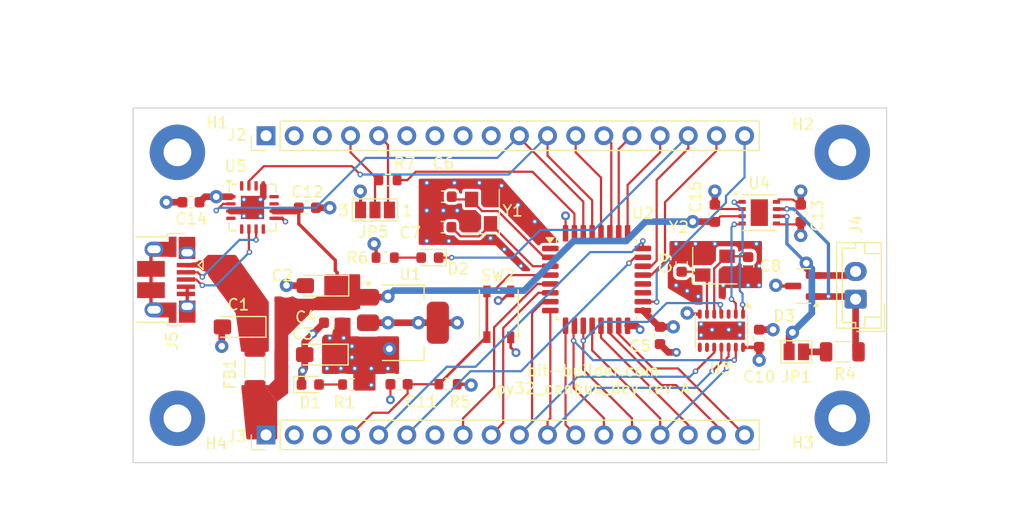
<source format=kicad_pcb>
(kicad_pcb (version 20240108) (generator "pcbnew") (generator_version "8.0")
  (title_block (title "py32_dev") (rev "B") (company "bit-builder.com"))
  (layers (0 "F.Cu" signal) (1 "In1.Cu" power) (2 "In2.Cu" power) (31 "B.Cu" signal) (34 "B.Paste" user) (35 "F.Paste" user) (36 "B.SilkS" user "B.Silkscreen") (37 "F.SilkS" user "F.Silkscreen") (38 "B.Mask" user) (39 "F.Mask" user) (44 "Edge.Cuts" user))
  (net 0 "")
  (net 1 "+3.3V")
  (net 2 "GND")
  (net 3 "OSCIN")
  (net 4 "OSCOUT")
  (net 5 "OSC32IN")
  (net 6 "OSC32OUT")
  (net 7 "MCU_RST")
  (net 8 "BOOT0_PRE")
  (net 9 "Net-(D1-A)")
  (net 10 "Net-(D2-A)")
  (net 11 "BOOT0")
  (net 12 "SWDIO")
  (net 13 "SWCLK")
  (net 14 "/VBUS")
  (net 15 "PB5")
  (net 16 "PB4")
  (net 17 "PB3")
  (net 18 "PA15")
  (net 19 "PA8")
  (net 20 "PF3")
  (net 21 "PA0")
  (net 22 "PA3")
  (net 23 "+5V")
  (net 24 "Net-(D3-A2)")
  (net 25 "Net-(D3-A1)")
  (net 26 "PA7")
  (net 27 "PB0")
  (net 28 "PB1")
  (net 29 "PA12")
  (net 30 "PA11")
  (net 31 "SPI1-SCK")
  (net 32 "SPI1-MISO")
  (net 33 "SPI1-MOSI")
  (net 34 "SPI1-NSS")
  (net 35 "CAN_INT")
  (net 38 "CAN_RX")
  (net 39 "CAN_TX")
  (net 41 "Net-(JP1-B)")
  (net 42 "USB-")
  (net 43 "USB+")
  (net 44 "USB_RX")
  (net 45 "USB_TX")
  (net 53 "OSC2")
  (net 54 "OSC1")
  (footprint "MountingHole:MountingHole_2.5mm_Pad" (layer "F.Cu") (at 186 97)
    (property "Reference" "H2")
    (property "Value" "MountingHole")
  )
  (footprint "Resistor_SMD:R_0603_1608Metric" (layer "F.Cu") (at 145 99.5)
    (property "Reference" "R7")
    (property "Value" "10K")
  )
  (footprint "Button_Switch_SMD:SW_Push_1P1T_NO_Vertical_Wuerth_434133025816" (layer "F.Cu") (at 155 111.625 -90)
    (property "Reference" "SW2")
    (property "Value" "Reset")
  )
  (footprint "Package_TO_SOT_SMD:SOT-23" (layer "F.Cu") (at 182.5 109.0625 180)
    (property "Reference" "D3")
    (property "Value" "CDSOT23-T24CAN")
  )
  (footprint "Capacitor_SMD:C_0603_1608Metric" (layer "F.Cu") (at 171.5 107 90)
    (property "Reference" "C9")
    (property "Value" "22pf")
  )
  (footprint "Connector_JST:JST_EH_B2B-EH-A_1x02_P2.50mm_Vertical" (layer "F.Cu") (at 187.2 110.25 90)
    (property "Reference" "J4")
    (property "Value" "CAN1")
  )
  (footprint "Capacitor_SMD:C_0603_1608Metric" (layer "F.Cu") (at 140 112.375 180)
    (property "Reference" "C4")
    (property "Value" "0.1uf")
  )
  (footprint "Capacitor_Tantalum_SMD:CP_EIA-3216-18_Kemet-A_Pad1.58x1.35mm_HandSolder" (layer "F.Cu") (at 138.975 109.025 180)
    (property "Reference" "C2")
    (property "Value" "0.33uf")
  )
  (footprint "Connector_PinHeader_2.54mm:PinHeader_1x18_P2.54mm_Vertical" (layer "F.Cu") (at 134 95.5 90)
    (property "Reference" "J2")
    (property "Value" "Conn_01x18")
  )
  (footprint "Crystal:Crystal_SMD_TXC_7M-4Pin_3.2x2.5mm" (layer "F.Cu") (at 153.4 102.35 90)
    (property "Reference" "Y1")
    (property "Value" "24MHz")
  )
  (footprint "Capacitor_Tantalum_SMD:CP_EIA-3216-18_Kemet-A_Pad1.58x1.35mm_HandSolder" (layer "F.Cu") (at 131.5 112.75 180)
    (property "Reference" "C1")
    (property "Value" "10nF")
  )
  (footprint "Resistor_SMD:R_1206_3216Metric" (layer "F.Cu") (at 186 115 180)
    (property "Reference" "R4")
    (property "Value" "120")
  )
  (footprint "Connector_USB:USB_Micro-B_Amphenol_10103594-0001LF_Horizontal" (layer "F.Cu") (at 125 108.5 -90)
    (property "Reference" "J5")
    (property "Value" "USB_B_Micro")
  )
  (footprint "Resistor_SMD:R_0603_1608Metric" (layer "F.Cu") (at 141.725 117.95 180)
    (property "Reference" "R1")
    (property "Value" "470")
  )
  (footprint "Jumper:SolderJumper-3_P1.3mm_Open_Pad1.0x1.5mm_NumberLabels" (layer "F.Cu") (at 143.83 102.2 180)
    (property "Reference" "JP5")
    (property "Value" "Boot")
  )
  (footprint "Package_DFN_QFN:DFN-14-1EP_3x4.5mm_P0.65mm_EP1.65x4.25mm" (layer "F.Cu") (at 175.0875 113.09375 -90)
    (property "Reference" "U3")
    (property "Value" "MCP2518FD-E/QBB")
  )
  (footprint "Capacitor_SMD:C_0603_1608Metric" (layer "F.Cu") (at 137.725 102)
    (property "Reference" "C12")
    (property "Value" "0.1uf")
  )
  (footprint "Package_DFN_QFN:QFN-16-1EP_4x4mm_P0.65mm_EP2.1x2.1mm" (layer "F.Cu") (at 132.775 101.975)
    (property "Reference" "U5")
    (property "Value" "FT230XQ")
  )
  (footprint "Capacitor_SMD:C_0603_1608Metric" (layer "F.Cu") (at 146 117.925 180)
    (property "Reference" "C11")
    (property "Value" "0.1uf")
  )
  (footprint "Package_QFP:LQFP-32_7x7mm_P0.8mm" (layer "F.Cu") (at 163.825 108.475)
    (property "Reference" "U2")
    (property "Value" "PY32F030K1xT")
  )
  (footprint "Capacitor_Tantalum_SMD:CP_EIA-3216-18_Kemet-A_Pad1.58x1.35mm_HandSolder" (layer "F.Cu") (at 138.925 115.25 180)
    (property "Reference" "C3")
    (property "Value" "10uf")
  )
  (footprint "Diode_SMD:D_0603_1608Metric" (layer "F.Cu") (at 148.7875 106.5 180)
    (property "Reference" "D2")
    (property "Value" "GREEN")
  )
  (footprint "MountingHole:MountingHole_2.5mm_Pad" (layer "F.Cu") (at 186 121)
    (property "Reference" "H3")
    (property "Value" "MountingHole")
  )
  (footprint "Jumper:SolderJumper-2_P1.3mm_Open_Pad1.0x1.5mm" (layer "F.Cu") (at 181.85 115)
    (property "Reference" "JP1")
    (property "Value" "Select Term Resistor")
  )
  (footprint "Crystal:Crystal_SMD_TXC_7M-4Pin_3.2x2.5mm" (layer "F.Cu") (at 174.5 107.225)
    (property "Reference" "Y2")
    (property "Value" "24MHz")
  )
  (footprint "Resistor_SMD:R_0603_1608Metric" (layer "F.Cu") (at 144.75 106.5)
    (property "Reference" "R6")
    (property "Value" "680")
  )
  (footprint "Capacitor_SMD:C_0603_1608Metric" (layer "F.Cu") (at 182.25 102.5 90)
    (property "Reference" "C13")
    (property "Value" "0.1 uF")
  )
  (footprint "Resistor_SMD:R_0603_1608Metric" (layer "F.Cu") (at 150.425 117.925 180)
    (property "Reference" "R5")
    (property "Value" "10K")
  )
  (footprint "Capacitor_SMD:C_0603_1608Metric" (layer "F.Cu") (at 178.5 113.775 90)
    (property "Reference" "C10")
    (property "Value" "0.1 uF")
  )
  (footprint "Capacitor_SMD:C_0603_1608Metric" (layer "F.Cu") (at 174.5 102.5 90)
    (property "Reference" "C15")
    (property "Value" "0.1 uF")
  )
  (footprint "Capacitor_SMD:C_0603_1608Metric" (layer "F.Cu") (at 127.225 101.5 180)
    (property "Reference" "C14")
    (property "Value" "0.1uf")
  )
  (footprint "Capacitor_SMD:C_0603_1608Metric" (layer "F.Cu") (at 149.975 101 180)
    (property "Reference" "C6")
    (property "Value" "22pf")
  )
  (footprint "Connector_PinHeader_2.54mm:PinHeader_1x18_P2.54mm_Vertical" (layer "F.Cu") (at 134 122.5 90)
    (property "Reference" "J3")
    (property "Value" "Conn_01x18")
  )
  (footprint "Package_TO_SOT_SMD:SOT-223-3_TabPin2" (layer "F.Cu") (at 146.35 112.375)
    (property "Reference" "U1")
    (property "Value" "uA7805")
  )
  (footprint "MountingHole:MountingHole_2.5mm_Pad" (layer "F.Cu") (at 126 97)
    (property "Reference" "H1")
    (property "Value" "MountingHole")
  )
  (footprint "Custom:MICROCHIP-DFN-3x3x0.9mm-8P" (layer "F.Cu") (at 178.5125 102.44)
    (property "Reference" "U4")
    (property "Value" "MCP2562FD-E/MF")
  )
  (footprint "Capacitor_SMD:C_0603_1608Metric" (layer "F.Cu") (at 149.95 103.75)
    (property "Reference" "C7")
    (property "Value" "22pf")
  )
  (footprint "Capacitor_SMD:C_0603_1608Metric" (layer "F.Cu") (at 169.55 113.525 -90)
    (property "Reference" "C5")
    (property "Value" "0.1uf")
  )
  (footprint "Capacitor_SMD:C_0603_1608Metric" (layer "F.Cu") (at 177.5 107.225 -90)
    (property "Reference" "C8")
    (property "Value" "22pf")
  )
  (footprint "Diode_SMD:D_0603_1608Metric" (layer "F.Cu") (at 137.9875 117.95)
    (property "Reference" "D1")
    (property "Value" "RED")
  )
  (footprint "MountingHole:MountingHole_2.5mm_Pad" (layer "F.Cu") (at 126 121)
    (property "Reference" "H4")
    (property "Value" "MountingHole")
  )
  (footprint "Inductor_SMD:L_1206_3216Metric" (layer "F.Cu") (at 133 116.5 -90)
    (property "Reference" "FB1")
    (property "Value" "CBG321609U121T")
  )
  (gr_rect (start 122 93) (end 190 125) (stroke (width 0.1)) (fill none) (layer "Edge.Cuts"))
  (gr_text "bit-builder.com\npy32_canbus_dev rev A" (at 163.5 117.5 0) (layer "F.SilkS") (effects (font (size 1 1))))
  (segment (start 142.53 102.2) (end 142.53 100.53) (width 0.3) (layer "F.Cu") (net 1))
  (segment (start 135.45 102.95) (end 135.75 103.25) (width 0.3) (layer "F.Cu") (net 1))
  (segment (start 180.0625 103.415) (end 180.1475 103.5) (width 0.2) (layer "F.Cu") (net 1))
  (segment (start 169.475 112.75) (end 168 111.275) (width 0.6) (layer "F.Cu") (net 1))
  (segment (start 142.53 100.53) (end 142.5 100.5) (width 0.3) (layer "F.Cu") (net 1))
  (segment (start 169.55 112.75) (end 169.475 112.75) (width 0.6) (layer "F.Cu") (net 1))
  (segment (start 182.25 103.275) (end 182.25 104.5) (width 0.6) (layer "F.Cu") (net 1))
  (segment (start 177.0375 114.59375) (end 178.45625 114.59375) (width 0.3) (layer "F.Cu") (net 1))
  (segment (start 151.25 117.925) (end 152.425 117.925) (width 0.3) (layer "F.Cu") (net 1))
  (segment (start 181.775 103.5) (end 181.86 103.415) (width 0.2) (layer "F.Cu") (net 1))
  (segment (start 180.1475 103.5) (end 181.775 103.5) (width 0.2) (layer "F.Cu") (net 1))
  (segment (start 134.725 102.95) (end 135.45 102.95) (width 0.3) (layer "F.Cu") (net 1))
  (segment (start 143.925 106.5) (end 143.925 105.425) (width 0.3) (layer "F.Cu") (net 1))
  (segment (start 169.55 112.75) (end 170.75 112.75) (width 0.6) (layer "F.Cu") (net 1))
  (segment (start 143.925 105.425) (end 143.75 105.25) (width 0.3) (layer "F.Cu") (net 1))
  (segment (start 140.3625 115.25) (end 140.3625 115.2125) (width 0.6) (layer "F.Cu") (net 1))
  (segment (start 178.45625 114.59375) (end 178.5 114.55) (width 0.3) (layer "F.Cu") (net 1))
  (segment (start 128.5 101) (end 130.825 101) (width 0.6) (layer "F.Cu") (net 1))
  (segment (start 178.5 114.55) (end 178.5 115.75) (width 0.6) (layer "F.Cu") (net 1))
  (segment (start 152.425 117.925) (end 152.5 118) (width 0.3) (layer "F.Cu") (net 1))
  (segment (start 128 101.5) (end 128.5 101) (width 0.6) (layer "F.Cu") (net 1))
  (via (at 145.125 114.725) (size 1.2) (drill 0.6) (layers "F.Cu" "B.Cu") (net 1))
  (via (at 182.25 104.5) (size 1.2) (drill 0.6) (layers "F.Cu" "B.Cu") (net 1))
  (via (at 143.5 118) (size 0.5) (drill 0.26) (layers "F.Cu" "B.Cu") (net 1))
  (via (at 143.75 105.25) (size 1.2) (drill 0.6) (layers "F.Cu" "B.Cu") (net 1))
  (via (at 129.5 101) (size 1.2) (drill 0.6) (layers "F.Cu" "B.Cu") (net 1))
  (via (at 142.5 100.5) (size 1.2) (drill 0.6) (layers "F.Cu" "B.Cu") (net 1))
  (via (at 141.75 115.5) (size 0.5) (drill 0.26) (layers "F.Cu" "B.Cu") (net 1))
  (via (at 145 116.5) (size 0.5) (drill 0.26) (layers "F.Cu" "B.Cu") (net 1))
  (via (at 178.5 115.75) (size 1.2) (drill 0.6) (layers "F.Cu" "B.Cu") (net 1))
  (via (at 139.5 116.5) (size 0.5) (drill 0.26) (layers "F.Cu" "B.Cu") (net 1))
  (via (at 139.75 113.75) (size 0.5) (drill 0.26) (layers "F.Cu" "B.Cu") (net 1))
  (via (at 141 113.75) (size 0.5) (drill 0.26) (layers "F.Cu" "B.Cu") (net 1))
  (via (at 135.75 103.25) (size 0.5) (drill 0.26) (layers "F.Cu" "B.Cu") (net 1))
  (via (at 152.5 118) (size 1.2) (drill 0.6) (layers "F.Cu" "B.Cu") (net 1))
  (via (at 142 116.5) (size 0.5) (drill 0.26) (layers "F.Cu" "B.Cu") (net 1))
  (via (at 143.5 116.5) (size 0.5) (drill 0.26) (layers "F.Cu" "B.Cu") (net 1))
  (via (at 141.75 114.5) (size 0.5) (drill 0.26) (layers "F.Cu" "B.Cu") (net 1))
  (via (at 140.75 116.5) (size 0.5) (drill 0.26) (layers "F.Cu" "B.Cu") (net 1))
  (via (at 170.75 112.75) (size 1.2) (drill 0.6) (layers "F.Cu" "B.Cu") (net 1))
  (segment (start 145.225 117.925) (end 145.225 119.325) (width 0.2) (layer "F.Cu") (net 2))
  (segment (start 173.1375 111.59375) (end 172.09375 111.59375) (width 0.3) (layer "F.Cu") (net 2))
  (segment (start 130.825 102.3) (end 132 102.3) (width 0.6) (layer "F.Cu") (net 2))
  (segment (start 166.625 112.65) (end 167.4 112.65) (width 0.6) (layer "F.Cu") (net 2))
  (segment (start 171.025 115.05) (end 170.3 115.05) (width 0.6) (layer "F.Cu") (net 2))
  (segment (start 180.0625 101.465) (end 180.2775 101.25) (width 0.2) (layer "F.Cu") (net 2))
  (segment (start 156.075 113.7) (end 156.075 114.6) (width 0.25) (layer "F.Cu") (net 2))
  (segment (start 180.0625 109.0625) (end 180 109) (width 0.3) (layer "F.Cu") (net 2))
  (segment (start 130 112.9375) (end 130 114.5) (width 0.6) (layer "F.Cu") (net 2))
  (segment (start 135.8625 109.025) (end 135.8375 109) (width 0.6) (layer "F.Cu") (net 2))
  (segment (start 138.5 102) (end 139.75 102) (width 0.6) (layer "F.Cu") (net 2))
  (segment (start 137.2 117.95) (end 137.2 116.8) (width 0.6) (layer "F.Cu") (net 2))
  (segment (start 137.4875 115.25) (end 137.4875 114.1125) (width 0.6) (layer "F.Cu") (net 2))
  (segment (start 123.615 106.015) (end 123.885 105.745) (width 0.3) (layer "F.Cu") (net 2))
  (segment (start 123.615 107.515) (end 123.615 106.015) (width 0.3) (layer "F.Cu") (net 2))
  (segment (start 174.89 102.115) (end 174.5 101.725) (width 0.2) (layer "F.Cu") (net 2))
  (segment (start 172.09375 111.59375) (end 172 111.5) (width 0.3) (layer "F.Cu") (net 2))
  (segment (start 138.225 113.375) (end 139.225 112.375) (width 0.6) (layer "F.Cu") (net 2))
  (segment (start 123.615 107.515) (end 123.615 109.435) (width 0.3) (layer "F.Cu") (net 2))
  (segment (start 181.5625 109.0625) (end 180.0625 109.0625) (width 0.3) (layer "F.Cu") (net 2))
  (segment (start 137.5375 109.025) (end 135.8625 109.025) (width 0.6) (layer "F.Cu") (net 2))
  (segment (start 137.4875 116.5125) (end 137.3 116.7) (width 0.6) (layer "F.Cu") (net 2))
  (segment (start 182.25 101.725) (end 182.25 100.5) (width 0.6) (layer "F.Cu") (net 2))
  (segment (start 145 96.34) (end 144.16 95.5) (width 0.2) (layer "F.Cu") (net 2))
  (segment (start 174.5 101.725) (end 174.5 100.5) (width 0.6) (layer "F.Cu") (net 2))
  (segment (start 149.5 112.375) (end 151.15 112.375) (width 0.6) (layer "F.Cu") (net 2))
  (segment (start 155.25 110.375) (end 156.075 109.55) (width 0.25) (layer "F.Cu") (net 2))
  (segment (start 145 102.07) (end 145 96.34) (width 0.2) (layer "F.Cu") (net 2))
  (segment (start 143.2 112.375) (end 147.55 112.375) (width 0.6) (layer "F.Cu") (net 2))
  (segment (start 123.615 109.435) (end 123.615 110.935) (width 0.3) (layer "F.Cu") (net 2))
  (segment (start 176.9625 102.115) (end 174.89 102.115) (width 0.2) (layer "F.Cu") (net 2))
  (segment (start 126.885 110.895) (end 126.885 109.245) (width 0.3) (layer "F.Cu") (net 2))
  (segment (start 133.75 101) (end 133.5 101.25) (width 0.6) (layer "F.Cu") (net 2))
  (segment (start 137.2 116.8) (end 137.3 116.7) (width 0.6) (layer "F.Cu") (net 2))
  (segment (start 178.5 113) (end 179.75 113) (width 0.6) (layer "F.Cu") (net 2))
  (segment (start 161.025 104.3) (end 161.025 102.725) (width 0.2) (layer "F.Cu") (net 2))
  (segment (start 180.2775 101.25) (end 181.5 101.25) (width 0.2) (layer "F.Cu") (net 2))
  (segment (start 154.95 110.375) (end 155.25 110.375) (width 0.25) (layer "F.Cu") (net 2))
  (segment (start 133.75 100.025) (end 133.75 101) (width 0.6) (layer "F.Cu") (net 2))
  (segment (start 156.075 114.6) (end 156.55 115.075) (width 0.25) (layer "F.Cu") (net 2))
  (segment (start 132 102.3) (end 132.45 102.3) (width 0.6) (layer "F.Cu") (net 2))
  (segment (start 147.55 112.375) (end 149.5 112.375) (width 0.6) (layer "F.Cu") (net 2))
  (segment (start 123.615 110.935) (end 123.885 111.205) (width 0.3) (layer "F.Cu") (net 2))
  (segment (start 181.5 101.25) (end 182.25 101.725) (width 0.2) (layer "F.Cu") (net 2))
  (segment (start 137.4875 115.25) (end 137.4875 116.5125) (width 0.6) (layer "F.Cu") (net 2))
  (segment (start 170.3 115.05) (end 169.55 114.3) (width 0.6) (layer "F.Cu") (net 2))
  (segment (start 145.13 102.2) (end 145 102.07) (width 0.2) (layer "F.Cu") (net 2))
  (segment (start 137.4875 114.1125) (end 138.225 113.375) (width 0.6) (layer "F.Cu") (net 2))
  (segment (start 126.885 109.245) (end 126.765 109.125) (width 0.3) (layer "F.Cu") (net 2))
  (segment (start 167.4 112.65) (end 167.75 113) (width 0.6) (layer "F.Cu") (net 2))
  (segment (start 126.45 101.5) (end 125 101.5) (width 0.6) (layer "F.Cu") (net 2))
  (via (at 171.025 115.05) (size 0.8) (drill 0.4) (layers "F.Cu" "B.Cu") (net 2))
  (via (at 178.5 109) (size 0.5) (drill 0.26) (layers "F.Cu" "B.Cu") (net 2))
  (via (at 172.75 105.25) (size 0.5) (drill 0.26) (layers "F.Cu" "B.Cu") (net 2))
  (via (at 171 105.25) (size 0.5) (drill 0.26) (layers "F.Cu" "B.Cu") (net 2))
  (via (at 178.25 105.25) (size 0.5) (drill 0.26) (layers "F.Cu" "B.Cu") (net 2))
  (via (at 158.25 103.25) (size 0.5) (drill 0.26) (layers "F.Cu" "B.Cu") (net 2))
  (via (at 182.25 100.5) (size 1.2) (drill 0.6) (layers "F.Cu" "B.Cu") (net 2))
  (via (at 179.75 113) (size 1.2) (drill 0.6) (layers "F.Cu" "B.Cu") (net 2))
  (via (at 175.25 109) (size 0.5) (drill 0.26) (layers "F.Cu" "B.Cu") (net 2))
  (via (at 176.75 113.5) (size 0.5) (drill 0.26) (layers "F.Cu" "B.Cu") (net 2))
  (via (at 147.75 112.375) (size 1.2) (drill 0.6) (layers "F.Cu" "B.Cu") (net 2))
  (via (at 172 109.5) (size 0.5) (drill 0.26) (layers "F.Cu" "B.Cu") (net 2))
  (via (at 132 101.25) (size 0.5) (drill 0.26) (layers "F.Cu" "B.Cu") (net 2))
  (via (at 148.5 105) (size 0.5) (drill 0.26) (layers "F.Cu" "B.Cu") (net 2))
  (via (at 173 110) (size 0.5) (drill 0.26) (layers "F.Cu" "B.Cu") (net 2))
  (via (at 145 112.375) (size 1.2) (drill 0.6) (layers "F.Cu" "B.Cu") (net 2))
  (via (at 139.75 102) (size 1.2) (drill 0.6) (layers "F.Cu" "B.Cu") (net 2))
  (via (at 156.55 115.075) (size 0.8) (drill 0.4) (layers "F.Cu" "B.Cu") (net 2))
  (via (at 151.25 112.375) (size 1.2) (drill 0.6) (layers "F.Cu" "B.Cu") (net 2))
  (via (at 156.75 101.75) (size 0.5) (drill 0.26) (layers "F.Cu" "B.Cu") (net 2))
  (via (at 155.25 100) (size 0.5) (drill 0.26) (layers "F.Cu" "B.Cu") (net 2))
  (via (at 161.025 102.725) (size 0.8) (drill 0.4) (layers "F.Cu" "B.Cu") (net 2))
  (via (at 153.25 99.75) (size 0.5) (drill 0.26) (layers "F.Cu" "B.Cu") (net 2))
  (via (at 151 99.75) (size 0.5) (drill 0.26) (layers "F.Cu" "B.Cu") (net 2))
  (via (at 151.25 102.25) (size 0.5) (drill 0.26) (layers "F.Cu" "B.Cu") (net 2))
  (via (at 150.5 105) (size 0.5) (drill 0.26) (layers "F.Cu" "B.Cu") (net 2))
  (via (at 132 102.75) (size 0.5) (drill 0.26) (layers "F.Cu" "B.Cu") (net 2))
  (via (at 135.8375 109) (size 1.2) (drill 0.6) (layers "F.Cu" "B.Cu") (net 2))
  (via (at 125 101.5) (size 1.2) (drill 0.6) (layers "F.Cu" "B.Cu") (net 2))
  (via (at 174.5 105.25) (size 0.5) (drill 0.26) (layers "F.Cu" "B.Cu") (net 2))
  (via (at 157 107.25) (size 0.5) (drill 0.26) (layers "F.Cu" "B.Cu") (net 2))
  (via (at 148.5 102.25) (size 0.5) (drill 0.26) (layers "F.Cu" "B.Cu") (net 2))
  (via (at 180 109) (size 1.2) (drill 0.6) (layers "F.Cu" "B.Cu") (net 2))
  (via (at 173.25 113.5) (size 0.5) (drill 0.26) (layers "F.Cu" "B.Cu") (net 2))
  (via (at 173.25 112.5) (size 0.5) (drill 0.26) (layers "F.Cu" "B.Cu") (net 2))
  (via (at 155.5 105.75) (size 0.5) (drill 0.26) (layers "F.Cu" "B.Cu") (net 2))
  (via (at 133.5 102.75) (size 0.5) (drill 0.26) (layers "F.Cu" "B.Cu") (net 2))
  (via (at 154.95 110.375) (size 0.8) (drill 0.4) (layers "F.Cu" "B.Cu") (net 2))
  (via (at 178.5 107.25) (size 0.5) (drill 0.26) (layers "F.Cu" "B.Cu") (net 2))
  (via (at 175.75 113) (size 0.5) (drill 0.26) (layers "F.Cu" "B.Cu") (net 2))
  (via (at 133.5 101.25) (size 0.5) (drill 0.26) (layers "F.Cu" "B.Cu") (net 2))
  (via (at 137.3 116.7) (size 0.8) (drill 0.4) (layers "F.Cu" "B.Cu") (net 2))
  (via (at 174.25 113) (size 0.5) (drill 0.26) (layers "F.Cu" "B.Cu") (net 2))
  (via (at 176.75 112.5) (size 0.5) (drill 0.26) (layers "F.Cu" "B.Cu") (net 2))
  (via (at 145.225 119.325) (size 0.8) (drill 0.4) (layers "F.Cu" "B.Cu") (net 2))
  (via (at 148.5 99.75) (size 0.5) (drill 0.26) (layers "F.Cu" "B.Cu") (net 2))
  (via (at 172 111.5) (size 1.2) (drill 0.6) (layers "F.Cu" "B.Cu") (net 2))
  (via (at 130 114.5) (size 1.2) (drill 0.6) (layers "F.Cu" "B.Cu") (net 2))
  (via (at 171 109) (size 0.5) (drill 0.26) (layers "F.Cu" "B.Cu") (net 2))
  (via (at 138.225 113.375) (size 0.8) (drill 0.4) (layers "F.Cu" "B.Cu") (net 2))
  (via (at 154.25 104.75) (size 0.5) (drill 0.26) (layers "F.Cu" "B.Cu") (net 2))
  (via (at 174.5 100.5) (size 1.2) (drill 0.6) (layers "F.Cu" "B.Cu") (net 2))
  (via (at 167.75 113) (size 0.8) (drill 0.4) (layers "F.Cu" "B.Cu") (net 2))
  (via (at 150 102.25) (size 0.5) (drill 0.26) (layers "F.Cu" "B.Cu") (net 2))
  (via (at 177.5 109) (size 0.5) (drill 0.26) (layers "F.Cu" "B.Cu") (net 2))
  (segment (start 153.5 102.3) (end 152.55 101.35) (width 0.2) (layer "F.Cu") (net 3))
  (segment (start 159.65 106.475) (end 159.098959 106.475) (width 0.2) (layer "F.Cu") (net 3))
  (segment (start 159.098959 106.475) (end 154.923959 102.3) (width 0.2) (layer "F.Cu") (net 3))
  (segment (start 152.55 101.35) (end 152.55 101.25) (width 0.2) (layer "F.Cu") (net 3))
  (segment (start 154.923959 102.3) (end 153.5 102.3) (width 0.2) (layer "F.Cu") (net 3))
  (segment (start 151 101.25) (end 150.75 101) (width 0.2) (layer "F.Cu") (net 3))
  (segment (start 152.55 101.25) (end 151 101.25) (width 0.2) (layer "F.Cu") (net 3))
  (segment (start 154.25 103.55) (end 153.225 104.575) (width 0.2) (layer "F.Cu") (net 4))
  (segment (start 159.65 107.275) (end 158.075 107.275) (width 0.2) (layer "F.Cu") (net 4))
  (segment (start 158.075 107.275) (end 154.25 103.45) (width 0.2) (layer "F.Cu") (net 4))
  (segment (start 153.225 104.575) (end 151.55 104.575) (width 0.2) (layer "F.Cu") (net 4))
  (segment (start 154.25 103.45) (end 154.25 103.55) (width 0.2) (layer "F.Cu") (net 4))
  (segment (start 151.55 104.575) (end 150.725 103.75) (width 0.2) (layer "F.Cu") (net 4))
  (segment (start 159.65 108.075) (end 155.95 108.075) (width 0.2) (layer "F.Cu") (net 7))
  (segment (start 146.775 117.925) (end 149.6 117.925) (width 0.2) (layer "F.Cu") (net 7))
  (segment (start 146.775 118.76495) (end 145.03995 120.5) (width 0.2) (layer "F.Cu") (net 7))
  (segment (start 153.925 109.55) (end 154.475 109.55) (width 0.2) (layer "F.Cu") (net 7))
  (segment (start 146.775 117.925) (end 146.775 118.76495) (width 0.2) (layer "F.Cu") (net 7))
  (segment (start 153.925 109.55) (end 153.925 113.675) (width 0.25) (layer "F.Cu") (net 7))
  (segment (start 154.475 109.55) (end 155.95 108.075) (width 0.2) (layer "F.Cu") (net 7))
  (segment (start 153.85 113.675) (end 149.6 117.925) (width 0.25) (layer "F.Cu") (net 7))
  (segment (start 145.03995 120.5) (end 143.62 120.5) (width 0.2) (layer "F.Cu") (net 7))
  (segment (start 153.925 113.675) (end 153.85 113.675) (width 0.25) (layer "F.Cu") (net 7))
  (segment (start 143.62 120.5) (end 141.62 122.5) (width 0.2) (layer "F.Cu") (net 7))
  (segment (start 141.62 97) (end 141.62 95.5) (width 0.2) (layer "F.Cu") (net 8))
  (segment (start 143.83 99.21) (end 141.62 97) (width 0.2) (layer "F.Cu") (net 8))
  (segment (start 143.83 102.2) (end 143.83 99.21) (width 0.2) (layer "F.Cu") (net 8))
  (segment (start 138.775 117.95) (end 140.9 117.95) (width 0.2) (layer "F.Cu") (net 9))
  (segment (start 145.575 106.5) (end 148 106.5) (width 0.2) (layer "F.Cu") (net 10))
  (segment (start 146.75 99.5) (end 145.825 99.5) (width 0.2) (layer "F.Cu") (net 11))
  (segment (start 147.5 98.75) (end 146.75 99.5) (width 0.2) (layer "F.Cu") (net 11))
  (segment (start 158.03995 98.75) (end 161.825 102.53505) (width 0.2) (layer "F.Cu") (net 11))
  (segment (start 158.03995 98.75) (end 147.5 98.75) (width 0.2) (layer "F.Cu") (net 11))
  (segment (start 161.825 104.3) (end 161.825 102.53505) (width 0.2) (layer "F.Cu") (net 11))
  (segment (start 167.275 106.475) (end 168 106.475) (width 0.2) (layer "F.Cu") (net 12))
  (segment (start 166.75 107) (end 167.275 106.475) (width 0.2) (layer "F.Cu") (net 12))
  (via (at 166.75 107) (size 0.5) (drill 0.26) (layers "F.Cu" "B.Cu") (net 12))
  (segment (start 152.45 116.75) (end 146.7 122.5) (width 0.2) (layer "B.Cu") (net 12))
  (segment (start 166.75 107) (end 157 116.75) (width 0.2) (layer "B.Cu") (net 12))
  (segment (start 157 116.75) (end 152.45 116.75) (width 0.2) (layer "B.Cu") (net 12))
  (segment (start 168 105.675) (end 168 105) (width 0.2) (layer "F.Cu") (net 13))
  (via (at 168 105) (size 0.5) (drill 0.26) (layers "F.Cu" "B.Cu") (net 13))
  (segment (start 168 105) (end 167 106) (width 0.2) (layer "B.Cu") (net 13))
  (segment (start 167 106) (end 163.25 106) (width 0.2) (layer "B.Cu") (net 13))
  (segment (start 152.9 116.35) (end 150.31 116.35) (width 0.2) (layer "B.Cu") (net 13))
  (segment (start 163.25 106) (end 152.9 116.35) (width 0.2) (layer "B.Cu") (net 13))
  (segment (start 150.31 116.35) (end 144.16 122.5) (width 0.2) (layer "B.Cu") (net 13))
  (segment (start 126.795 107.25) (end 128.205 107.25) (width 0.3) (layer "F.Cu") (net 14))
  (segment (start 164.225 104.3) (end 164.225 99.285) (width 0.2) (layer "F.Cu") (net 15))
  (segment (start 161.94 97) (end 161.94 95.5) (width 0.2) (layer "F.Cu") (net 15))
  (segment (start 164.225 99.285) (end 161.94 97) (width 0.2) (layer "F.Cu") (net 15))
  (segment (start 165.025 104.3) (end 165.15 104.175) (width 0.2) (layer "F.Cu") (net 16))
  (segment (start 165.15 104.175) (end 165.15 96.17) (width 0.2) (layer "F.Cu") (net 16))
  (segment (start 165.15 96.17) (end 164.48 95.5) (width 0.2) (layer "F.Cu") (net 16))
  (segment (start 165.825 104.3) (end 165.825 96.695) (width 0.2) (layer "F.Cu") (net 17))
  (segment (start 165.825 96.695) (end 167.02 95.5) (width 0.2) (layer "F.Cu") (net 17))
  (segment (start 169.56 97) (end 169.56 95.5) (width 0.2) (layer "F.Cu") (net 18))
  (segment (start 166.625 104.3) (end 166.625 99.935) (width 0.2) (layer "F.Cu") (net 18))
  (segment (start 166.625 99.935) (end 169.56 97) (width 0.2) (layer "F.Cu") (net 18))
  (segment (start 169.225 110.475) (end 169.25 110.5) (width 0.2) (layer "F.Cu") (net 19))
  (segment (start 168 110.475) (end 169.225 110.475) (width 0.2) (layer "F.Cu") (net 19))
  (via (at 169.25 110.5) (size 0.5) (drill 0.26) (layers "F.Cu" "B.Cu") (net 19))
  (segment (start 175.5 100.93) (end 175.5 101.542893) (width 0.2) (layer "B.Cu") (net 19))
  (segment (start 177.18 99.25) (end 175.5 100.93) (width 0.2) (layer "B.Cu") (net 19))
  (segment (start 175.5 101.542893) (end 169.25 107.792893) (width 0.2) (layer "B.Cu") (net 19))
  (segment (start 177.18 95.5) (end 177.18 99.25) (width 0.2) (layer "B.Cu") (net 19))
  (segment (start 169.25 107.792893) (end 169.25 110.5) (width 0.2) (layer "B.Cu") (net 19))
  (segment (start 154.575 112.788604) (end 158.488604 108.875) (width 0.2) (layer "F.Cu") (net 20))
  (segment (start 158.488604 108.875) (end 159.65 108.875) (width 0.2) (layer "F.Cu") (net 20))
  (segment (start 154.575 118.205) (end 154.575 112.788604) (width 0.2) (layer "F.Cu") (net 20))
  (segment (start 151.78 121) (end 154.575 118.205) (width 0.2) (layer "F.Cu") (net 20))
  (segment (start 151.78 122.5) (end 151.78 121) (width 0.2) (layer "F.Cu") (net 20))
  (segment (start 159.65 109.675) (end 158.575 109.675) (width 0.2) (layer "F.Cu") (net 21))
  (segment (start 158.575 109.675) (end 155.4 112.85) (width 0.2) (layer "F.Cu") (net 21))
  (segment (start 155.4 121.42) (end 154.32 122.5) (width 0.2) (layer "F.Cu") (net 21))
  (segment (start 155.4 112.85) (end 155.4 121.42) (width 0.2) (layer "F.Cu") (net 21))
  (segment (start 161.025 121.585) (end 161.94 122.5) (width 0.2) (layer "F.Cu") (net 22))
  (segment (start 161.025 112.65) (end 161.025 121.585) (width 0.2) (layer "F.Cu") (net 22))
  (segment (start 140.25 106.75) (end 140.25 107.675) (width 0.3) (layer "F.Cu") (net 23))
  (segment (start 134.725 102.3) (end 136.65 102.3) (width 0.6) (layer "F.Cu") (net 23))
  (segment (start 136.95 102) (end 136.95 103.45) (width 0.3) (layer "F.Cu") (net 23))
  (segment (start 143.2 110.075) (end 144.925 110.075) (width 0.6) (layer "F.Cu") (net 23))
  (segment (start 140.25 107.675) (end 140.4125 107.8375) (width 0.3) (layer "F.Cu") (net 23))
  (segment (start 136.95 103.45) (end 140.25 106.75) (width 0.3) (layer "F.Cu") (net 23))
  (segment (start 174.475 103.25) (end 174.5 103.275) (width 0.6) (layer "F.Cu") (net 23))
  (segment (start 140.4125 107.8375) (end 140.4125 109.025) (width 0.3) (layer "F.Cu") (net 23))
  (segment (start 174.5 103.275) (end 175.01 102.765) (width 0.2) (layer "F.Cu") (net 23))
  (segment (start 172.5 103.25) (end 174.475 103.25) (width 0.6) (layer "F.Cu") (net 23))
  (segment (start 144.925 110.075) (end 145 110) (width 0.6) (layer "F.Cu") (net 23))
  (segment (start 136.65 102.3) (end 136.95 102) (width 0.6) (layer "F.Cu") (net 23))
  (segment (start 175.01 102.765) (end 176.9625 102.765) (width 0.2) (layer "F.Cu") (net 23))
  (via (at 172.5 103.25) (size 1.2) (drill 0.6) (layers "F.Cu" "B.Cu") (net 23))
  (via (at 145 110) (size 1.2) (drill 0.6) (layers "F.Cu" "B.Cu") (net 23))
  (segment (start 168.25 103.25) (end 172.5 103.25) (width 0.6) (layer "B.Cu") (net 23))
  (segment (start 145.525 109.475) (end 157.275 109.475) (width 0.6) (layer "B.Cu") (net 23))
  (segment (start 161.75 105) (end 166.5 105) (width 0.6) (layer "B.Cu") (net 23))
  (segment (start 145 110) (end 145.525 109.475) (width 0.6) (layer "B.Cu") (net 23))
  (segment (start 166.5 105) (end 168.25 103.25) (width 0.6) (layer "B.Cu") (net 23))
  (segment (start 157.275 109.475) (end 161.75 105) (width 0.6) (layer "B.Cu") (net 23))
  (segment (start 181.2 113.55) (end 181.5 113.25) (width 0.6) (layer "F.Cu") (net 24))
  (segment (start 180.966697 102.765) (end 180.0625 102.765) (width 0.3) (layer "F.Cu") (net 24))
  (segment (start 182.75 107.425) (end 183.4375 108.1125) (width 0.6) (layer "F.Cu") (net 24))
  (segment (start 186.8375 108.1125) (end 187.2 107.75) (width 0.6) (layer "F.Cu") (net 24))
  (segment (start 183.4375 108.1125) (end 186.8375 108.1125) (width 0.6) (layer "F.Cu") (net 24))
  (segment (start 181.2 115) (end 181.2 113.55) (width 0.6) (layer "F.Cu") (net 24))
  (segment (start 182.75 107) (end 182.75 107.425) (width 0.6) (layer "F.Cu") (net 24))
  (segment (start 181.000325 102.798628) (end 180.966697 102.765) (width 0.3) (layer "F.Cu") (net 24))
  (via (at 181.5 113.25) (size 1.2) (drill 0.6) (layers "F.Cu" "B.Cu") (net 24))
  (via (at 181.000325 102.798628) (size 0.5) (drill 0.26) (layers "F.Cu" "B.Cu") (net 24))
  (via (at 182.75 107) (size 1.2) (drill 0.6) (layers "F.Cu" "B.Cu") (net 24))
  (segment (start 181.000325 105.250325) (end 182.75 107) (width 0.3) (layer "B.Cu") (net 24))
  (segment (start 181.000325 102.798628) (end 181.000325 105.250325) (width 0.3) (layer "B.Cu") (net 24))
  (segment (start 183.25 111.5) (end 183.25 107.5) (width 0.6) (layer "B.Cu") (net 24))
  (segment (start 183.25 107.5) (end 182.75 107) (width 0.6) (layer "B.Cu") (net 24))
  (segment (start 181.5 113.25) (end 183.25 111.5) (width 0.6) (layer "B.Cu") (net 24))
  (segment (start 186.9625 110.0125) (end 187.2 110.25) (width 0.6) (layer "F.Cu") (net 25))
  (segment (start 187.2 114.7375) (end 187.4625 115) (width 0.6) (layer "F.Cu") (net 25))
  (segment (start 183.4375 110.0125) (end 186.9625 110.0125) (width 0.6) (layer "F.Cu") (net 25))
  (segment (start 180.993566 102.098659) (end 180.977225 102.115) (width 0.3) (layer "F.Cu") (net 25))
  (segment (start 184.75 110) (end 183.45 110) (width 0.3) (layer "F.Cu") (net 25))
  (segment (start 187.2 110.25) (end 187.2 114.7375) (width 0.6) (layer "F.Cu") (net 25))
  (segment (start 180.977225 102.115) (end 180.0625 102.115) (width 0.3) (layer "F.Cu") (net 25))
  (segment (start 183.45 110) (end 183.4375 110.0125) (width 0.3) (layer "F.Cu") (net 25))
  (via (at 180.993566 102.098659) (size 0.5) (drill 0.26) (layers "F.Cu" "B.Cu") (net 25))
  (via (at 184.75 110) (size 0.5) (drill 0.26) (layers "F.Cu" "B.Cu") (net 25))
  (segment (start 180.993566 102.098659) (end 181.598659 102.098659) (width 0.3) (layer "B.Cu") (net 25))
  (segment (start 181.598659 102.098659) (end 184.75 105.25) (width 0.3) (layer "B.Cu") (net 25))
  (segment (start 184.75 105.25) (end 184.75 110) (width 0.3) (layer "B.Cu") (net 25))
  (segment (start 164.225 113.725) (end 172.1 121.6) (width 0.2) (layer "F.Cu") (net 26))
  (segment (start 172.1 121.6) (end 172.1 122.5) (width 0.2) (layer "F.Cu") (net 26))
  (segment (start 164.225 112.65) (end 164.225 113.725) (width 0.2) (layer "F.Cu") (net 26))
  (segment (start 165.025 112.65) (end 165.025 113.3375) (width 0.2) (layer "F.Cu") (net 27))
  (segment (start 165.025 113.3375) (end 169.6875 118) (width 0.2) (layer "F.Cu") (net 27))
  (segment (start 171 118) (end 174.64 121.64) (width 0.2) (layer "F.Cu") (net 27))
  (segment (start 169.6875 118) (end 171 118) (width 0.2) (layer "F.Cu") (net 27))
  (segment (start 174.64 121.64) (end 174.64 122.5) (width 0.2) (layer "F.Cu") (net 27))
  (segment (start 168.925001 116.5) (end 171.18 116.5) (width 0.2) (layer "F.Cu") (net 28))
  (segment (start 165.825 112.65) (end 165.825 113.399999) (width 0.2) (layer "F.Cu") (net 28))
  (segment (start 171.18 116.5) (end 177.18 122.5) (width 0.2) (layer "F.Cu") (net 28))
  (segment (start 165.825 113.399999) (end 168.925001 116.5) (width 0.2) (layer "F.Cu") (net 28))
  (segment (start 169.25 99.5) (end 172.1 96.65) (width 0.2) (layer "F.Cu") (net 29))
  (segment (start 150.75 106.5) (end 149.575 106.5) (width 0.2) (layer "F.Cu") (net 29))
  (segment (start 168 107.275) (end 168.749999 107.275) (width 0.2) (layer "F.Cu") (net 29))
  (segment (start 168.749999 107.275) (end 169.25 106.774999) (width 0.2) (layer "F.Cu") (net 29))
  (segment (start 172.1 96.65) (end 172.1 95.5) (width 0.2) (layer "F.Cu") (net 29))
  (segment (start 169.25 106.774999) (end 169.25 99.5) (width 0.2) (layer "F.Cu") (net 29))
  (via (at 150.75 106.5) (size 0.5) (drill 0.26) (layers "F.Cu" "B.Cu") (net 29))
  (segment (start 156.25 106.5) (end 150.75 106.5) (width 0.2) (layer "B.Cu") (net 29))
  (segment (start 158.75 104) (end 156.25 106.5) (width 0.2) (layer "B.Cu") (net 29))
  (segment (start 163.6 104) (end 158.75 104) (width 0.2) (layer "B.Cu") (net 29))
  (segment (start 172.1 95.5) (end 163.6 104) (width 0.2) (layer "B.Cu") (net 29))
  (segment (start 174.64 96.86) (end 174.64 95.5) (width 0.2) (layer "F.Cu") (net 30))
  (segment (start 168 108.075) (end 168.749999 108.075) (width 0.2) (layer "F.Cu") (net 30))
  (segment (start 168.749999 108.075) (end 170 106.824999) (width 0.2) (layer "F.Cu") (net 30))
  (segment (start 170 106.824999) (end 170 101.5) (width 0.2) (layer "F.Cu") (net 30))
  (segment (start 170 101.5) (end 174.64 96.86) (width 0.2) (layer "F.Cu") (net 30))
  (segment (start 172.75 116.75) (end 174.4375 115.0625) (width 0.2) (layer "F.Cu") (net 31))
  (segment (start 158 121.36) (end 156.86 122.5) (width 0.2) (layer "F.Cu") (net 31))
  (segment (start 158 111.5) (end 158 121.36) (width 0.2) (layer "F.Cu") (net 31))
  (segment (start 159.65 110.475) (end 159.025 110.475) (width 0.2) (layer "F.Cu") (net 31))
  (segment (start 174.4375 115.0625) (end 174.4375 114.59375) (width 0.2) (layer "F.Cu") (net 31))
  (segment (start 159.025 110.475) (end 158 111.5) (width 0.2) (layer "F.Cu") (net 31))
  (via (at 172.75 116.75) (size 0.5) (drill 0.26) (layers "F.Cu" "B.Cu") (net 31))
  (segment (start 162.11 117.25) (end 156.86 122.5) (width 0.2) (layer "B.Cu") (net 31))
  (segment (start 172.75 116.75) (end 172.25 117.25) (width 0.2) (layer "B.Cu") (net 31))
  (segment (start 172.25 117.25) (end 162.11 117.25) (width 0.2) (layer "B.Cu") (net 31))
  (segment (start 163.425 114.865) (end 169.56 121) (width 0.2) (layer "F.Cu") (net 32))
  (segment (start 169.56 121) (end 169.56 122.5) (width 0.2) (layer "F.Cu") (net 32))
  (segment (start 175.56 115.591471) (end 175.7375 115.413971) (width 0.2) (layer "F.Cu") (net 32))
  (segment (start 175.7375 115.413971) (end 175.7375 114.59375) (width 0.2) (layer "F.Cu") (net 32))
  (segment (start 175.56 116.5) (end 175.56 115.591471) (width 0.2) (layer "F.Cu") (net 32))
  (segment (start 163.425 112.65) (end 163.425 114.865) (width 0.2) (layer "F.Cu") (net 32))
  (via (at 175.56 116.5) (size 0.5) (drill 0.26) (layers "F.Cu" "B.Cu") (net 32))
  (segment (start 175.56 116.5) (end 169.56 122.5) (width 0.2) (layer "B.Cu") (net 32))
  (segment (start 159.65 111.275) (end 159.65 121) (width 0.2) (layer "F.Cu") (net 33))
  (segment (start 159.65 121) (end 159.4 121.25) (width 0.2) (layer "F.Cu") (net 33))
  (segment (start 175.0875 115.9125) (end 175.0875 114.59375) (width 0.2) (layer "F.Cu") (net 33))
  (segment (start 174.25 116.75) (end 175.0875 115.9125) (width 0.2) (layer "F.Cu") (net 33))
  (segment (start 159.4 121.25) (end 159.4 122.5) (width 0.2) (layer "F.Cu") (net 33))
  (via (at 174.25 116.75) (size 0.5) (drill 0.26) (layers "F.Cu" "B.Cu") (net 33))
  (segment (start 159.4 122.5) (end 163.65 118.25) (width 0.2) (layer "B.Cu") (net 33))
  (segment (start 163.65 118.25) (end 172.75 118.25) (width 0.2) (layer "B.Cu") (net 33))
  (segment (start 172.75 118.25) (end 174.25 116.75) (width 0.2) (layer "B.Cu") (net 33))
  (segment (start 176.3875 114.59375) (end 176.3875 115.6125) (width 0.2) (layer "F.Cu") (net 34))
  (segment (start 161.75 114) (end 161.75 112.725) (width 0.2) (layer "F.Cu") (net 34))
  (segment (start 161.75 114) (end 161.75 118.25) (width 0.2) (layer "F.Cu") (net 34))
  (segment (start 161.75 112.725) (end 161.825 112.65) (width 0.2) (layer "F.Cu") (net 34))
  (segment (start 176.3875 115.6125) (end 176.25 115.75) (width 0.2) (layer "F.Cu") (net 34))
  (segment (start 161.75 118.25) (end 164.48 120.98) (width 0.2) (layer "F.Cu") (net 34))
  (segment (start 164.48 120.98) (end 164.48 122.5) (width 0.2) (layer "F.Cu") (net 34))
  (via (at 176.25 115.75) (size 0.5) (drill 0.26) (layers "F.Cu" "B.Cu") (net 34))
  (via (at 161.75 114) (size 0.5) (drill 0.26) (layers "F.Cu" "B.Cu") (net 34))
  (segment (start 176.25 115.75) (end 163.5 115.75) (width 0.2) (layer "B.Cu") (net 34))
  (segment (start 163.5 115.75) (end 161.75 114) (width 0.2) (layer "B.Cu") (net 34))
  (segment (start 175 111.50625) (end 175.0875 111.59375) (width 0.2) (layer "F.Cu") (net 35))
  (segment (start 175 110.75) (end 175 111.50625) (width 0.2) (layer "F.Cu") (net 35))
  (segment (start 162.625 116.605) (end 167.02 121) (width 0.2) (layer "F.Cu") (net 35))
  (segment (start 167.02 121) (end 167.02 122.5) (width 0.2) (layer "F.Cu") (net 35))
  (segment (start 162.625 112.65) (end 162.625 114) (width 0.2) (layer "F.Cu") (net 35))
  (segment (start 162.625 114) (end 162.625 116.605) (width 0.2) (layer "F.Cu") (net 35))
  (via (at 162.625 114) (size 0.5) (drill 0.26) (layers "F.Cu" "B.Cu") (net 35))
  (via (at 175 110.75) (size 0.5) (drill 0.26) (layers "F.Cu" "B.Cu") (net 35))
  (segment (start 164.325 112.3) (end 162.625 114) (width 0.2) (layer "B.Cu") (net 35))
  (segment (start 175 110.75) (end 174.85 110.6) (width 0.2) (layer "B.Cu") (net 35))
  (segment (start 168.45 112.3) (end 164.325 112.3) (width 0.2) (layer "B.Cu") (net 35))
  (segment (start 174.85 110.6) (end 170.15 110.6) (width 0.2) (layer "B.Cu") (net 35))
  (segment (start 170.15 110.6) (end 168.45 112.3) (width 0.2) (layer "B.Cu") (net 35))
  (segment (start 176.25 103.5) (end 176.8775 103.5) (width 0.2) (layer "F.Cu") (net 38))
  (segment (start 176.3875 110.6375) (end 176.3875 111.59375) (width 0.2) (layer "F.Cu") (net 38))
  (segment (start 176.8775 103.5) (end 176.9625 103.415) (width 0.2) (layer "F.Cu") (net 38))
  (segment (start 176 110.25) (end 176.3875 110.6375) (width 0.2) (layer "F.Cu") (net 38))
  (via (at 176.25 103.5) (size 0.5) (drill 0.26) (layers "F.Cu" "B.Cu") (net 38))
  (via (at 176 110.25) (size 0.5) (drill 0.26) (layers "F.Cu" "B.Cu") (net 38))
  (segment (start 176 110.25) (end 176 103.75) (width 0.2) (layer "B.Cu") (net 38))
  (segment (start 176 103.75) (end 176.25 103.5) (width 0.2) (layer "B.Cu") (net 38))
  (segment (start 176.25 101.5) (end 176.9275 101.5) (width 0.2) (layer "F.Cu") (net 39))
  (segment (start 177.0375 111.59375) (end 177.0375 110.7875) (width 0.2) (layer "F.Cu") (net 39))
  (segment (start 177.0375 110.7875) (end 177 110.75) (width 0.2) (layer "F.Cu") (net 39))
  (segment (start 176.9275 101.5) (end 176.9625 101.465) (width 0.2) (layer "F.Cu") (net 39))
  (via (at 177 110.75) (size 0.5) (drill 0.26) (layers "F.Cu" "B.Cu") (net 39))
  (via (at 176.25 101.5) (size 0.5) (drill 0.26) (layers "F.Cu" "B.Cu") (net 39))
  (segment (start 177 109.75) (end 176.75 109.5) (width 0.2) (layer "B.Cu") (net 39))
  (segment (start 176.75 106.25) (end 177 106) (width 0.2) (layer "B.Cu") (net 39))
  (segment (start 177 110.75) (end 177 109.75) (width 0.2) (layer "B.Cu") (net 39))
  (segment (start 176.75 109.5) (end 176.75 106.25) (width 0.2) (layer "B.Cu") (net 39))
  (segment (start 177 106) (end 177 102.25) (width 0.2) (layer "B.Cu") (net 39))
  (segment (start 177 102.25) (end 176.25 101.5) (width 0.2) (layer "B.Cu") (net 39))
  (segment (start 182.5 115) (end 184.5375 115) (width 0.6) (layer "F.Cu") (net 41))
  (segment (start 126.765 107.825) (end 127.825 107.825) (width 0.2) (layer "F.Cu") (net 42))
  (segment (start 127.825 107.825) (end 128.25 108.25) (width 0.2) (layer "F.Cu") (net 42))
  (segment (start 133.1 104.9) (end 133.1 103.925) (width 0.2) (layer "F.Cu") (net 42))
  (via (at 128.25 108.25) (size 0.5) (drill 0.26) (layers "F.Cu" "B.Cu") (net 42))
  (via (at 133.1 104.9) (size 0.5) (drill 0.26) (layers "F.Cu" "B.Cu") (net 42))
  (segment (start 133.1 104.9) (end 131.6 104.9) (width 0.2) (layer "B.Cu") (net 42))
  (segment (start 131.6 104.9) (end 128.25 108.25) (width 0.2) (layer "B.Cu") (net 42))
  (segment (start 132.5 106) (end 132.45 105.95) (width 0.2) (layer "F.Cu") (net 43))
  (segment (start 132.45 105.95) (end 132.45 103.925) (width 0.2) (layer "F.Cu") (net 43))
  (segment (start 127.697182 108.475) (end 126.765 108.475) (width 0.2) (layer "F.Cu") (net 43))
  (segment (start 128.222182 109) (end 127.697182 108.475) (width 0.2) (layer "F.Cu") (net 43))
  (segment (start 128.25 109) (end 128.222182 109) (width 0.2) (layer "F.Cu") (net 43))
  (via (at 132.5 106) (size 0.5) (drill 0.26) (layers "F.Cu" "B.Cu") (net 43))
  (via (at 128.25 109) (size 0.5) (drill 0.26) (layers "F.Cu" "B.Cu") (net 43))
  (segment (start 129.5 109) (end 132.5 106) (width 0.2) (layer "B.Cu") (net 43))
  (segment (start 128.25 109) (end 129.5 109) (width 0.2) (layer "B.Cu") (net 43))
  (segment (start 129.5 102.25) (end 129.522793 102.25) (width 0.2) (layer "F.Cu") (net 44))
  (segment (start 129.522793 102.25) (end 130.122793 101.65) (width 0.2) (layer "F.Cu") (net 44))
  (segment (start 162.625 101.45) (end 156.86 95.685) (width 0.2) (layer "F.Cu") (net 44))
  (segment (start 130.122793 101.65) (end 130.825 101.65) (width 0.2) (layer "F.Cu") (net 44))
  (segment (start 162.625 104.3) (end 162.625 101.45) (width 0.2) (layer "F.Cu") (net 44))
  (via (at 129.5 102.25) (size 0.5) (drill 0.26) (layers "F.Cu" "B.Cu") (net 44))
  (segment (start 129.5 102.25) (end 129.75 102) (width 0.2) (layer "B.Cu") (net 44))
  (segment (start 138.477207 102) (end 142.977207 97.5) (width 0.2) (layer "B.Cu") (net 44))
  (segment (start 142.977207 97.5) (end 154.86 97.5) (width 0.2) (layer "B.Cu") (net 44))
  (segment (start 129.75 102) (end 138.477207 102) (width 0.2) (layer "B.Cu") (net 44))
  (segment (start 154.86 97.5) (end 156.86 95.5) (width 0.2) (layer "B.Cu") (net 44))
  (segment (start 142.5 99) (end 141.75 98.25) (width 0.2) (layer "F.Cu") (net 45))
  (segment (start 163.425 101.325) (end 159.4 97.3) (width 0.2) (layer "F.Cu") (net 45))
  (segment (start 163.425 104.3) (end 163.425 101.325) (width 0.2) (layer "F.Cu") (net 45))
  (segment (start 132.45 99.600001) (end 132.45 100.025) (width 0.2) (layer "F.Cu") (net 45))
  (segment (start 133.800001 98.25) (end 132.45 99.600001) (width 0.2) (layer "F.Cu") (net 45))
  (segment (start 141.75 98.25) (end 133.800001 98.25) (width 0.2) (layer "F.Cu") (net 45))
  (segment (start 159.4 97.3) (end 159.4 95.5) (width 0.2) (layer "F.Cu") (net 45))
  (via (at 142.5 99) (size 0.5) (drill 0.26) (layers "F.Cu" "B.Cu") (net 45))
  (segment (start 155.9 99) (end 159.4 95.5) (width 0.2) (layer "B.Cu") (net 45))
  (segment (start 142.5 99) (end 155.9 99) (width 0.2) (layer "B.Cu") (net 45))
  (segment (start 174.4375 107.4875) (end 174.4375 111.59375) (width 0.2) (layer "F.Cu") (net 53))
  (segment (start 177.425 106.375) (end 177.5 106.45) (width 0.2) (layer "F.Cu") (net 53))
  (segment (start 175.6 106.375) (end 175.55 106.375) (width 0.2) (layer "F.Cu") (net 53))
  (segment (start 175.55 106.375) (end 174.4375 107.4875) (width 0.2) (layer "F.Cu") (net 53))
  (segment (start 175.6 106.375) (end 177.425 106.375) (width 0.2) (layer "F.Cu") (net 53))
  (segment (start 173.4 108.075) (end 172.825 108.075) (width 0.2) (layer "F.Cu") (net 54))
  (segment (start 172.825 108.075) (end 172.525 107.775) (width 0.2) (layer "F.Cu") (net 54))
  (segment (start 172.525 107.775) (end 171.5 107.775) (width 0.2) (layer "F.Cu") (net 54))
  (segment (start 173.7875 108.4625) (end 173.7875 111.59375) (width 0.2) (layer "F.Cu") (net 54))
  (segment (start 173.4 108.075) (end 173.7875 108.4625) (width 0.2) (layer "F.Cu") (net 54))
  (zone (net 23) (net_name "+5V") (layer "F.Cu") (priority 2) (connect_pads yes (clearance 0.508)) (min_thickness 0.25) (fill yes (thermal_gap 0.5) (thermal_bridge_width 0.5))
    (polygon (pts (xy 135 119.5) (xy 136 118.75) (xy 136 113.5) (xy 138.25 111.25) (xy 142.5 111.25) (xy 142.5 108) (xy 139.25 108) (xy 139.25 110) (xy 134.75 110) (xy 134.75 117.5) (xy 134 118.25)))
  )
  (zone (net 14) (net_name "/VBUS") (layer "F.Cu") (priority 3) (connect_pads yes (clearance 0.3)) (min_thickness 0.25) (fill yes (thermal_gap 0.5) (thermal_bridge_width 0.5))
    (polygon (pts (xy 127.25 107.75) (xy 128.5 107.75) (xy 131.25 111.5) (xy 131.75 115) (xy 134.25 115) (xy 134.25 110.5) (xy 131.25 106.25) (xy 128.75 106.25) (xy 128.25 106.75) (xy 127.25 106.75)))
  )
  (zone (net 2) (net_name "GND") (layer "F.Cu") (connect_pads yes (clearance 0.254)) (min_thickness 0.254) (fill yes (thermal_gap 0.508) (thermal_bridge_width 0.508))
    (polygon (pts (xy 161 105.675) (xy 161 108.025) (xy 157.45 108.025) (xy 154.7 105.375) (xy 147.775 105.35) (xy 147.775 99.375) (xy 155.3 99.35)))
  )
  (zone (net 1) (net_name "+3.3V") (layer "F.Cu") (connect_pads yes (clearance 0.508)) (min_thickness 0.254) (fill yes (thermal_gap 0.508) (thermal_bridge_width 0.508))
    (polygon (pts (xy 146 113.6) (xy 146 117) (xy 143.8 117) (xy 143.8 117.175) (xy 143.825 113.6)))
  )
  (zone (net 1) (net_name "+3.3V") (layer "F.Cu") (connect_pads yes (clearance 0.508)) (min_thickness 0.254) (fill yes (thermal_gap 0.508) (thermal_bridge_width 0.508))
    (polygon (pts (xy 141.625 113.6) (xy 143.875 113.6) (xy 143.875 118.5) (xy 141.875 118.5) (xy 141.875 117) (xy 139.05 117) (xy 139.05 113.45) (xy 139.975 113.45) (xy 140.15 111.925) (xy 141.625 111.925)))
  )
  (zone (net 2) (net_name "GND") (layer "F.Cu") (priority 1) (connect_pads yes (clearance 0.3)) (min_thickness 0.25) (fill yes (thermal_gap 0.5) (thermal_bridge_width 0.5))
    (polygon (pts (xy 172.75 110.75) (xy 175.5 110.75) (xy 175.5 109.25) (xy 178.75 109.25) (xy 178.75 105) (xy 170.25 105) (xy 170.25 109.25)))
  )
  (zone (net 23) (net_name "+5V") (layer "F.Cu") (connect_pads yes (clearance 0.508)) (min_thickness 0.254) (fill yes (thermal_gap 0.508) (thermal_bridge_width 0.508))
    (polygon (pts (xy 135 119.5) (xy 135 122.91) (xy 132.23 122.9) (xy 131.75 118) (xy 134.25 118)))
  )
)
</source>
